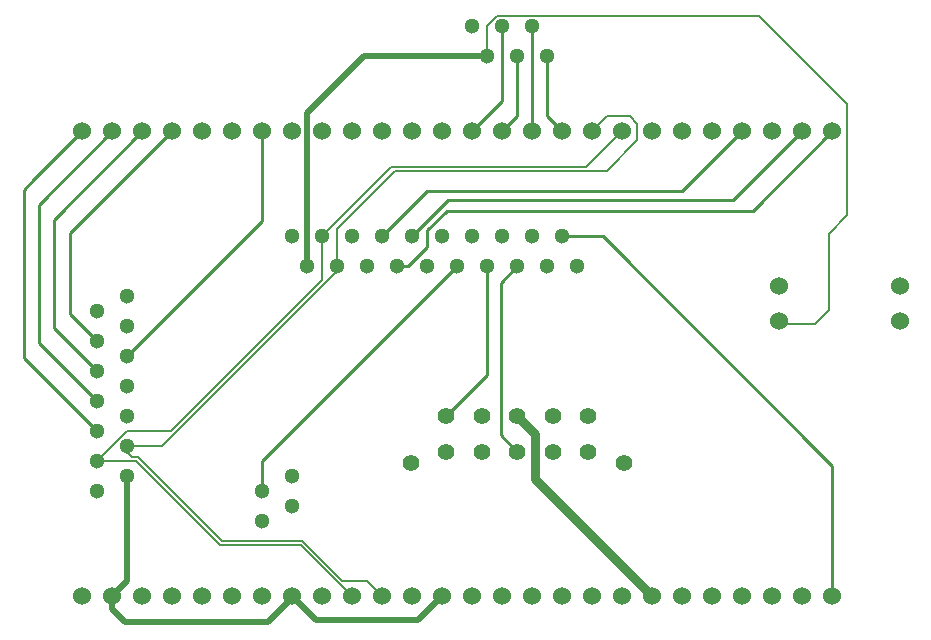
<source format=gtl>
G04 #@! TF.GenerationSoftware,KiCad,Pcbnew,5.0.2-bee76a0~70~ubuntu18.04.1*
G04 #@! TF.CreationDate,2019-05-01T23:48:17-04:00*
G04 #@! TF.ProjectId,internal_board,696e7465-726e-4616-9c5f-626f6172642e,rev?*
G04 #@! TF.SameCoordinates,Original*
G04 #@! TF.FileFunction,Copper,L1,Top*
G04 #@! TF.FilePolarity,Positive*
%FSLAX46Y46*%
G04 Gerber Fmt 4.6, Leading zero omitted, Abs format (unit mm)*
G04 Created by KiCad (PCBNEW 5.0.2-bee76a0~70~ubuntu18.04.1) date Wed 01 May 2019 11:48:17 PM EDT*
%MOMM*%
%LPD*%
G01*
G04 APERTURE LIST*
G04 #@! TA.AperFunction,ComponentPad*
%ADD10C,1.300000*%
G04 #@! TD*
G04 #@! TA.AperFunction,ComponentPad*
%ADD11C,1.524000*%
G04 #@! TD*
G04 #@! TA.AperFunction,ComponentPad*
%ADD12C,1.420000*%
G04 #@! TD*
G04 #@! TA.AperFunction,Conductor*
%ADD13C,0.254000*%
G04 #@! TD*
G04 #@! TA.AperFunction,Conductor*
%ADD14C,0.508000*%
G04 #@! TD*
G04 #@! TA.AperFunction,Conductor*
%ADD15C,0.152400*%
G04 #@! TD*
G04 #@! TA.AperFunction,Conductor*
%ADD16C,0.762000*%
G04 #@! TD*
G04 APERTURE END LIST*
D10*
G04 #@! TO.P,J2,5*
G04 #@! TO.N,/5V_AIR*
X142240000Y-66040000D03*
G04 #@! TO.P,J2,3*
G04 #@! TO.N,/CAN_HIGH*
X139700000Y-66040000D03*
G04 #@! TO.P,J2,1*
G04 #@! TO.N,GND*
X137160000Y-66040000D03*
G04 #@! TO.P,J2,7*
G04 #@! TO.N,/MISO_AIR*
X144780000Y-66040000D03*
G04 #@! TO.P,J2,2*
G04 #@! TO.N,/12V*
X138430000Y-68580000D03*
G04 #@! TO.P,J2,4*
G04 #@! TO.N,/CAN_LOW*
X140970000Y-68580000D03*
G04 #@! TO.P,J2,6*
G04 #@! TO.N,/MOSI_AIR*
X143510000Y-68580000D03*
G04 #@! TO.P,J2,8*
G04 #@! TO.N,/SCK_AIR*
X146050000Y-68580000D03*
G04 #@! TO.P,J2,9*
G04 #@! TO.N,/RESET_AIR*
X147320000Y-66040000D03*
G04 #@! TO.P,J2,10*
G04 #@! TO.N,/LED1_AIR*
X148590000Y-68580000D03*
G04 #@! TO.P,J2,11*
G04 #@! TO.N,/LED2_AIR*
X149860000Y-66040000D03*
G04 #@! TO.P,J2,12*
G04 #@! TO.N,/IMD_SENSE*
X151130000Y-68580000D03*
G04 #@! TO.P,J2,13*
G04 #@! TO.N,/BMS_SENSE*
X152400000Y-66040000D03*
G04 #@! TO.P,J2,14*
G04 #@! TO.N,/Shutdown_BMS*
X153670000Y-68580000D03*
G04 #@! TO.P,J2,15*
G04 #@! TO.N,/Shutdown_IMD*
X154940000Y-66040000D03*
G04 #@! TO.P,J2,16*
G04 #@! TO.N,/Shutdown_HVD*
X156210000Y-68580000D03*
G04 #@! TO.P,J2,17*
G04 #@! TO.N,/Shutdown_MP*
X157480000Y-66040000D03*
G04 #@! TO.P,J2,18*
G04 #@! TO.N,/5V_AIR*
X158750000Y-68580000D03*
G04 #@! TO.P,J2,19*
G04 #@! TO.N,/Cooling_pressure_sense*
X160020000Y-66040000D03*
G04 #@! TO.P,J2,20*
G04 #@! TO.N,GND*
X161290000Y-68580000D03*
G04 #@! TD*
G04 #@! TO.P,J3,3*
G04 #@! TO.N,/IMD_SENSE*
X134620000Y-87630000D03*
G04 #@! TO.P,J3,1*
G04 #@! TO.N,GND*
X134620000Y-90170000D03*
G04 #@! TO.P,J3,2*
G04 #@! TO.N,/12V*
X137160000Y-88900000D03*
G04 #@! TO.P,J3,4*
G04 #@! TO.N,GND*
X137160000Y-86360000D03*
G04 #@! TD*
G04 #@! TO.P,J4,5*
G04 #@! TO.N,/5V_BMS*
X120650000Y-82550000D03*
G04 #@! TO.P,J4,3*
G04 #@! TO.N,/CAN_HIGH*
X120650000Y-85090000D03*
G04 #@! TO.P,J4,1*
G04 #@! TO.N,GND*
X120650000Y-87630000D03*
G04 #@! TO.P,J4,7*
G04 #@! TO.N,/MISO_BMS*
X120650000Y-80010000D03*
G04 #@! TO.P,J4,2*
G04 #@! TO.N,/12V*
X123190000Y-86360000D03*
G04 #@! TO.P,J4,4*
G04 #@! TO.N,/CAN_LOW*
X123190000Y-83820000D03*
G04 #@! TO.P,J4,6*
G04 #@! TO.N,/MOSI_BMS*
X123190000Y-81280000D03*
G04 #@! TO.P,J4,8*
G04 #@! TO.N,/SCK_BMS*
X123190000Y-78740000D03*
G04 #@! TO.P,J4,9*
G04 #@! TO.N,/RESET_BMS*
X120650000Y-77470000D03*
G04 #@! TO.P,J4,10*
G04 #@! TO.N,/LED1_BMS*
X123190000Y-76200000D03*
G04 #@! TO.P,J4,11*
G04 #@! TO.N,/LED2_BMS*
X120650000Y-74930000D03*
G04 #@! TO.P,J4,12*
G04 #@! TO.N,/FAN_PWM*
X123190000Y-73660000D03*
G04 #@! TO.P,J4,13*
G04 #@! TO.N,/BMS_SENSE*
X120650000Y-72390000D03*
G04 #@! TO.P,J4,14*
G04 #@! TO.N,/BSPD_Current_sense*
X123190000Y-71120000D03*
G04 #@! TD*
G04 #@! TO.P,J5,5*
G04 #@! TO.N,/TSAL+_G*
X157480000Y-48260000D03*
G04 #@! TO.P,J5,3*
G04 #@! TO.N,/TSAL+_R*
X154940000Y-48260000D03*
G04 #@! TO.P,J5,1*
G04 #@! TO.N,GND*
X152400000Y-48260000D03*
G04 #@! TO.P,J5,2*
G04 #@! TO.N,/12V*
X153670000Y-50800000D03*
G04 #@! TO.P,J5,4*
G04 #@! TO.N,/TSAL-_R*
X156210000Y-50800000D03*
G04 #@! TO.P,J5,6*
G04 #@! TO.N,/TSAL-_G*
X158750000Y-50800000D03*
G04 #@! TD*
D11*
G04 #@! TO.P,J7,1*
G04 #@! TO.N,/SCK_AIR*
X182880000Y-57150000D03*
G04 #@! TO.P,J7,2*
G04 #@! TO.N,/RESET_AIR*
X180340000Y-57150000D03*
G04 #@! TO.P,J7,3*
G04 #@! TO.N,/MOSI_AIR*
X177800000Y-57150000D03*
G04 #@! TO.P,J7,4*
G04 #@! TO.N,/MISO_AIR*
X175260000Y-57150000D03*
G04 #@! TO.P,J7,5*
G04 #@! TO.N,/5V_AIR*
X172720000Y-57150000D03*
G04 #@! TO.P,J7,8*
G04 #@! TO.N,/CAN_HIGH*
X165100000Y-57150000D03*
G04 #@! TO.P,J7,10*
G04 #@! TO.N,/TSAL-_G*
X160020000Y-57150000D03*
G04 #@! TO.P,J7,6*
G04 #@! TO.N,/LED1_AIR*
X170180000Y-57150000D03*
G04 #@! TO.P,J7,9*
G04 #@! TO.N,/CAN_LOW*
X162560000Y-57150000D03*
G04 #@! TO.P,J7,7*
G04 #@! TO.N,/LED2_AIR*
X167640000Y-57150000D03*
G04 #@! TO.P,J7,19*
G04 #@! TO.N,Net-(J7-Pad19)*
X137160000Y-57150000D03*
G04 #@! TO.P,J7,13*
G04 #@! TO.N,/TSAL+_R*
X152400000Y-57150000D03*
G04 #@! TO.P,J7,20*
G04 #@! TO.N,/LED1_BMS*
X134620000Y-57150000D03*
G04 #@! TO.P,J7,15*
G04 #@! TO.N,Net-(J7-Pad15)*
X147320000Y-57150000D03*
G04 #@! TO.P,J7,11*
G04 #@! TO.N,/TSAL+_G*
X157480000Y-57150000D03*
G04 #@! TO.P,J7,16*
G04 #@! TO.N,Net-(J7-Pad16)*
X144780000Y-57150000D03*
G04 #@! TO.P,J7,17*
G04 #@! TO.N,Net-(J7-Pad17)*
X142240000Y-57150000D03*
G04 #@! TO.P,J7,18*
G04 #@! TO.N,Net-(J7-Pad18)*
X139700000Y-57150000D03*
G04 #@! TO.P,J7,14*
G04 #@! TO.N,Net-(J7-Pad14)*
X149860000Y-57150000D03*
G04 #@! TO.P,J7,12*
G04 #@! TO.N,/TSAL-_R*
X154940000Y-57150000D03*
G04 #@! TO.P,J7,24*
G04 #@! TO.N,/RESET_BMS*
X124460000Y-57150000D03*
G04 #@! TO.P,J7,22*
G04 #@! TO.N,/SCK_BMS*
X129540000Y-57150000D03*
G04 #@! TO.P,J7,23*
G04 #@! TO.N,/LED2_BMS*
X127000000Y-57150000D03*
G04 #@! TO.P,J7,25*
G04 #@! TO.N,/MISO_BMS*
X121920000Y-57150000D03*
G04 #@! TO.P,J7,26*
G04 #@! TO.N,/5V_BMS*
X119380000Y-57150000D03*
G04 #@! TO.P,J7,21*
G04 #@! TO.N,/MOSI_BMS*
X132080000Y-57150000D03*
G04 #@! TD*
G04 #@! TO.P,J8,21*
G04 #@! TO.N,Net-(J8-Pad21)*
X170180000Y-96520000D03*
G04 #@! TO.P,J8,26*
G04 #@! TO.N,/Cooling_pressure_sense*
X182880000Y-96520000D03*
G04 #@! TO.P,J8,25*
G04 #@! TO.N,Net-(J8-Pad25)*
X180340000Y-96520000D03*
G04 #@! TO.P,J8,23*
G04 #@! TO.N,Net-(J8-Pad23)*
X175260000Y-96520000D03*
G04 #@! TO.P,J8,22*
G04 #@! TO.N,/Shutdown_E-STOP*
X172720000Y-96520000D03*
G04 #@! TO.P,J8,24*
G04 #@! TO.N,/Shutdown_IMD*
X177800000Y-96520000D03*
G04 #@! TO.P,J8,12*
G04 #@! TO.N,GND*
X147320000Y-96520000D03*
G04 #@! TO.P,J8,14*
G04 #@! TO.N,Net-(J8-Pad14)*
X152400000Y-96520000D03*
G04 #@! TO.P,J8,18*
G04 #@! TO.N,GND*
X162560000Y-96520000D03*
G04 #@! TO.P,J8,17*
G04 #@! TO.N,/emeter_CAN_HIGH*
X160020000Y-96520000D03*
G04 #@! TO.P,J8,16*
G04 #@! TO.N,/5V_AIR*
X157480000Y-96520000D03*
G04 #@! TO.P,J8,11*
G04 #@! TO.N,/CAN_LOW*
X144780000Y-96520000D03*
G04 #@! TO.P,J8,15*
G04 #@! TO.N,Net-(J8-Pad15)*
X154940000Y-96520000D03*
G04 #@! TO.P,J8,20*
G04 #@! TO.N,/Shutdown_Final*
X167640000Y-96520000D03*
G04 #@! TO.P,J8,13*
G04 #@! TO.N,/12V*
X149860000Y-96520000D03*
G04 #@! TO.P,J8,19*
G04 #@! TO.N,/emeter_CAN_LOW*
X165100000Y-96520000D03*
G04 #@! TO.P,J8,7*
G04 #@! TO.N,GND*
X134620000Y-96520000D03*
G04 #@! TO.P,J8,9*
X139700000Y-96520000D03*
G04 #@! TO.P,J8,6*
G04 #@! TO.N,Net-(J8-Pad6)*
X132080000Y-96520000D03*
G04 #@! TO.P,J8,10*
G04 #@! TO.N,/CAN_HIGH*
X142240000Y-96520000D03*
G04 #@! TO.P,J8,8*
G04 #@! TO.N,/12V*
X137160000Y-96520000D03*
G04 #@! TO.P,J8,5*
G04 #@! TO.N,Net-(J8-Pad5)*
X129540000Y-96520000D03*
G04 #@! TO.P,J8,4*
G04 #@! TO.N,/BSPD_Current_sense*
X127000000Y-96520000D03*
G04 #@! TO.P,J8,3*
G04 #@! TO.N,/FAN_PWM*
X124460000Y-96520000D03*
G04 #@! TO.P,J8,2*
G04 #@! TO.N,/12V*
X121920000Y-96520000D03*
G04 #@! TO.P,J8,1*
G04 #@! TO.N,GND*
X119380000Y-96520000D03*
G04 #@! TD*
D12*
G04 #@! TO.P,J1,10*
G04 #@! TO.N,/Shutdown_MP*
X150200000Y-84282000D03*
G04 #@! TO.P,J1,9*
G04 #@! TO.N,/Shutdown_HVD*
X153200000Y-84282000D03*
G04 #@! TO.P,J1,8*
X156220000Y-84282000D03*
G04 #@! TO.P,J1,7*
G04 #@! TO.N,/Shutdown_E-STOP*
X159220000Y-84282000D03*
G04 #@! TO.P,J1,6*
G04 #@! TO.N,/Shutdown_IMD*
X162220000Y-84282000D03*
G04 #@! TO.P,J1,5*
G04 #@! TO.N,/Shutdown_BMS*
X150200000Y-81282000D03*
G04 #@! TO.P,J1,4*
G04 #@! TO.N,GND*
X153200000Y-81282000D03*
G04 #@! TO.P,J1,3*
G04 #@! TO.N,/Shutdown_Final*
X156220000Y-81282000D03*
G04 #@! TO.P,J1,2*
G04 #@! TO.N,/Shutdown_BMS*
X159220000Y-81282000D03*
G04 #@! TO.P,J1,1*
G04 #@! TO.N,/Shutdown_MP*
X162220000Y-81282000D03*
G04 #@! TO.P,J1,*
G04 #@! TO.N,*
X165220000Y-85222000D03*
X147200000Y-85222000D03*
G04 #@! TD*
D11*
G04 #@! TO.P,J6,1*
G04 #@! TO.N,/emeter_CAN_HIGH*
X188661000Y-73218600D03*
G04 #@! TO.P,J6,2*
G04 #@! TO.N,/emeter_CAN_LOW*
X188661000Y-70221400D03*
G04 #@! TD*
G04 #@! TO.P,J9,2*
G04 #@! TO.N,GND*
X178381000Y-70221400D03*
G04 #@! TO.P,J9,1*
G04 #@! TO.N,/12V*
X178381000Y-73218600D03*
G04 #@! TD*
D13*
G04 #@! TO.N,/Cooling_pressure_sense*
X182880000Y-95442370D02*
X182880000Y-96520000D01*
X163449000Y-66040000D02*
X182880000Y-85471000D01*
X182880000Y-85471000D02*
X182880000Y-95442370D01*
X160020000Y-66040000D02*
X163449000Y-66040000D01*
D14*
G04 #@! TO.N,/12V*
X121920000Y-97597630D02*
X123001370Y-98679000D01*
X121920000Y-96520000D02*
X121920000Y-97597630D01*
X123001370Y-98679000D02*
X135128000Y-98679000D01*
X135128000Y-98679000D02*
X137160000Y-96647000D01*
X137160000Y-96520000D02*
X139192000Y-98552000D01*
X139192000Y-98552000D02*
X147828000Y-98552000D01*
X147828000Y-98552000D02*
X149860000Y-96520000D01*
X123190000Y-86360000D02*
X123190000Y-95250000D01*
X123190000Y-95250000D02*
X121920000Y-96520000D01*
X153670000Y-50800000D02*
X150622000Y-50800000D01*
X150622000Y-50800000D02*
X143256000Y-50800000D01*
X143256000Y-50800000D02*
X138430000Y-55626000D01*
X138430000Y-55626000D02*
X138430000Y-68580000D01*
D15*
X154518271Y-47381399D02*
X176671399Y-47381399D01*
X153670000Y-50800000D02*
X153670000Y-48229670D01*
X153670000Y-48229670D02*
X154518271Y-47381399D01*
X176671399Y-47381399D02*
X184150000Y-54860000D01*
X184150000Y-64280000D02*
X182590000Y-65840000D01*
X184150000Y-54860000D02*
X184150000Y-64280000D01*
X182590000Y-65840000D02*
X182590000Y-72300000D01*
X182590000Y-72300000D02*
X181400000Y-73490000D01*
X181400000Y-73490000D02*
X179180000Y-73490000D01*
X179180000Y-73490000D02*
X178400000Y-72710000D01*
G04 #@! TO.N,/CAN_LOW*
X144780000Y-96520000D02*
X143484967Y-95224967D01*
X143484967Y-95224967D02*
X141376033Y-95224967D01*
X141376033Y-95224967D02*
X139788533Y-93637467D01*
X139788533Y-93637467D02*
X137972066Y-91821000D01*
X137972066Y-91821000D02*
X131191000Y-91821000D01*
X140970000Y-68580000D02*
X140970000Y-69088000D01*
X140970000Y-68580000D02*
X140970000Y-68834000D01*
X140970000Y-68834000D02*
X140970000Y-68961000D01*
X140970000Y-68961000D02*
X126111000Y-83820000D01*
X126111000Y-83820000D02*
X123190000Y-83820000D01*
X124079000Y-84709000D02*
X123571000Y-84709000D01*
X131191000Y-91821000D02*
X124079000Y-84709000D01*
X123571000Y-84709000D02*
X123317000Y-84455000D01*
X123317000Y-84455000D02*
X123190000Y-84328000D01*
X123190000Y-84328000D02*
X123190000Y-83820000D01*
X162560000Y-57150000D02*
X163830000Y-55880000D01*
X163830000Y-55880000D02*
X165735000Y-55880000D01*
X165735000Y-55880000D02*
X166370000Y-56515000D01*
X166370000Y-56515000D02*
X166370000Y-57346090D01*
X166370000Y-57346090D02*
X166370000Y-57912000D01*
X163779190Y-60502810D02*
X160604190Y-60502810D01*
X166370000Y-57912000D02*
X163779190Y-60502810D01*
X160604190Y-60502810D02*
X156718000Y-60502810D01*
X156718000Y-60502810D02*
X145872190Y-60502810D01*
X145872190Y-60502810D02*
X140970000Y-65405000D01*
X140970000Y-65405000D02*
X140970000Y-68580000D01*
G04 #@! TO.N,/CAN_HIGH*
X142240000Y-96520000D02*
X137922000Y-92202000D01*
X121569238Y-85090000D02*
X120650000Y-85090000D01*
X123825000Y-85090000D02*
X123952000Y-85090000D01*
X123825000Y-85090000D02*
X121569238Y-85090000D01*
X131572000Y-92202000D02*
X131445000Y-92202000D01*
X137922000Y-92202000D02*
X131572000Y-92202000D01*
X131064000Y-92202000D02*
X130937000Y-92075000D01*
X131127500Y-92202000D02*
X131064000Y-92202000D01*
X123952000Y-85090000D02*
X130937000Y-92075000D01*
X131572000Y-92202000D02*
X131127500Y-92202000D01*
X130937000Y-92075000D02*
X130987810Y-92125810D01*
X139700000Y-66040000D02*
X139700000Y-69723000D01*
X139700000Y-69723000D02*
X126873000Y-82550000D01*
X123190000Y-82550000D02*
X123444000Y-82550000D01*
X120650000Y-85090000D02*
X123190000Y-82550000D01*
X126873000Y-82550000D02*
X123444000Y-82550000D01*
X139700000Y-66040000D02*
X145542000Y-60198000D01*
X145542000Y-60198000D02*
X162052000Y-60198000D01*
X162052000Y-60198000D02*
X165100000Y-57150000D01*
D16*
G04 #@! TO.N,/Shutdown_Final*
X157734000Y-82796000D02*
X156220000Y-81282000D01*
X157734000Y-86614000D02*
X157734000Y-82796000D01*
X167640000Y-96520000D02*
X157734000Y-86614000D01*
D13*
G04 #@! TO.N,/TSAL-_G*
X158750000Y-55880000D02*
X160020000Y-57150000D01*
X158750000Y-50800000D02*
X158750000Y-55880000D01*
G04 #@! TO.N,/TSAL-_R*
X156210000Y-55880000D02*
X156210000Y-50800000D01*
X154940000Y-57150000D02*
X156210000Y-55880000D01*
G04 #@! TO.N,/TSAL+_G*
X157480000Y-56072370D02*
X157480000Y-48260000D01*
X157480000Y-57150000D02*
X157480000Y-56072370D01*
G04 #@! TO.N,/TSAL+_R*
X154940000Y-54610000D02*
X152400000Y-57150000D01*
X154940000Y-48260000D02*
X154940000Y-54610000D01*
G04 #@! TO.N,/MISO_AIR*
X144780000Y-66040000D02*
X148590000Y-62230000D01*
X170180000Y-62230000D02*
X175260000Y-57150000D01*
X148590000Y-62230000D02*
X170180000Y-62230000D01*
G04 #@! TO.N,/SCK_AIR*
X146969238Y-68580000D02*
X148590000Y-66959238D01*
X146050000Y-68580000D02*
X146969238Y-68580000D01*
X148590000Y-66959238D02*
X148590000Y-65532000D01*
X148590000Y-65532000D02*
X150241000Y-63881000D01*
X176149000Y-63881000D02*
X182880000Y-57150000D01*
X150241000Y-63881000D02*
X176149000Y-63881000D01*
G04 #@! TO.N,/RESET_AIR*
X174498000Y-62992000D02*
X180340000Y-57150000D01*
X150368000Y-62992000D02*
X174498000Y-62992000D01*
X147320000Y-66040000D02*
X150368000Y-62992000D01*
G04 #@! TO.N,/IMD_SENSE*
X134620000Y-85090000D02*
X151130000Y-68580000D01*
X134620000Y-87630000D02*
X134620000Y-85090000D01*
G04 #@! TO.N,/Shutdown_BMS*
X153670000Y-77812000D02*
X153670000Y-68580000D01*
X150200000Y-81282000D02*
X153670000Y-77812000D01*
G04 #@! TO.N,/Shutdown_HVD*
X154813000Y-69977000D02*
X154813000Y-82875000D01*
X154813000Y-82875000D02*
X156220000Y-84282000D01*
X156210000Y-68580000D02*
X154813000Y-69977000D01*
G04 #@! TO.N,/5V_BMS*
X114427000Y-62103000D02*
X115316000Y-61214000D01*
X114427000Y-76327000D02*
X114427000Y-62103000D01*
X120650000Y-82550000D02*
X114427000Y-76327000D01*
X115316000Y-61214000D02*
X119380000Y-57150000D01*
G04 #@! TO.N,/MISO_BMS*
X115697000Y-63373000D02*
X121920000Y-57150000D01*
X115697000Y-75057000D02*
X115697000Y-63373000D01*
X120650000Y-80010000D02*
X115697000Y-75057000D01*
G04 #@! TO.N,/RESET_BMS*
X116967000Y-73787000D02*
X120650000Y-77470000D01*
X116967000Y-64643000D02*
X116967000Y-73787000D01*
X124460000Y-57150000D02*
X116967000Y-64643000D01*
G04 #@! TO.N,/LED1_BMS*
X134620000Y-64770000D02*
X134620000Y-57150000D01*
X123190000Y-76200000D02*
X134620000Y-64770000D01*
G04 #@! TO.N,/LED2_BMS*
X120650000Y-74930000D02*
X118364000Y-72644000D01*
X118364000Y-65786000D02*
X127000000Y-57150000D01*
X118364000Y-72644000D02*
X118364000Y-65786000D01*
G04 #@! TD*
M02*

</source>
